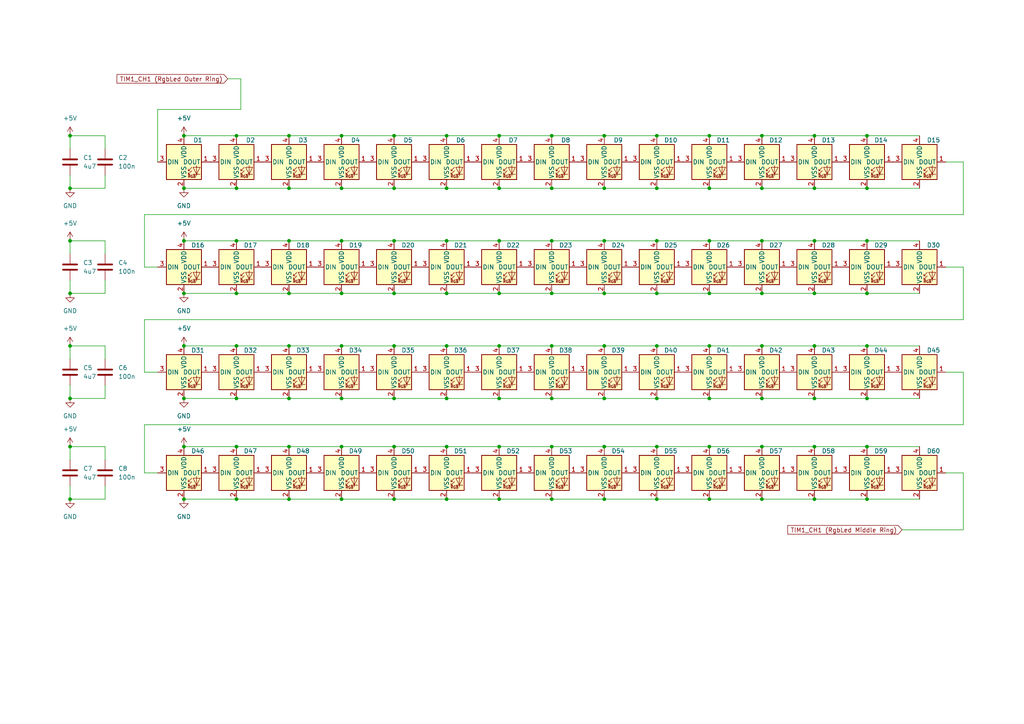
<source format=kicad_sch>
(kicad_sch (version 20231120) (generator "eeschema") (generator_version "8.0")
  (paper "A4")
  (title_block (date "2024-02-29") (rev "1"))
  (lib_symbols
    (symbol "Device:C" (pin_numbers hide) (pin_names (offset 0.254))
      (property "Reference" "C" (at 0.635 2.54 0))
      (property "Value" "C" (at 0.635 -2.54 0))
      (symbol "C_0_1"
        (polyline (pts (xy -2.032 -0.762) (xy 2.032 -0.762)) (stroke (width 0.508)))
        (polyline (pts (xy -2.032 0.762) (xy 2.032 0.762)) (stroke (width 0.508)))
      )
      (symbol "C_1_1"
        (pin passive line (at 0 3.81 270) (length 2.794) (name "~") (number "1"))
        (pin passive line (at 0 -3.81 90) (length 2.794) (name "~") (number "2"))
      )
    )
    (symbol "LED:WS2812B-2020" (pin_names (offset 0.254))
      (property "Reference" "D" (at 5.08 5.715 0))
      (property "Value" "WS2812B-2020" (at 1.27 -5.715 0))
      (symbol "WS2812B-2020_0_0"
        (text "RGB" (at 2.286 -4.191 0) (effects (font (size 0.762 0.762))))
      )
      (symbol "WS2812B-2020_0_1"
        (polyline (pts (xy 1.27 -3.556) (xy 1.778 -3.556)))
        (polyline (pts (xy 1.27 -2.54) (xy 1.778 -2.54)))
        (polyline (pts (xy 4.699 -3.556) (xy 2.667 -3.556)))
        (polyline (pts (xy 2.286 -2.54) (xy 1.27 -3.556) (xy 1.27 -3.048)))
        (polyline (pts (xy 2.286 -1.524) (xy 1.27 -2.54) (xy 1.27 -2.032)))
        (polyline (pts (xy 3.683 -1.016) (xy 3.683 -3.556) (xy 3.683 -4.064)))
        (polyline (pts (xy 4.699 -1.524) (xy 2.667 -1.524) (xy 3.683 -3.556) (xy 4.699 -1.524)))
        (rectangle (start 5.08 5.08) (end -5.08 -5.08) (stroke (width 0.254)) (fill (type background)))
      )
      (symbol "WS2812B-2020_1_1"
        (pin output line (at 7.62 0 180) (length 2.54) (name "DOUT") (number "1"))
        (pin power_in line (at 0 -7.62 90) (length 2.54) (name "VSS") (number "2"))
        (pin input line (at -7.62 0 0) (length 2.54) (name "DIN") (number "3"))
        (pin power_in line (at 0 7.62 270) (length 2.54) (name "VDD") (number "4"))
      )
    )
    (symbol "power:+5V" (power) (pin_numbers hide) (pin_names (offset 0) hide)
      (property "Value" "+5V" (at 0 3.556 0))
      (symbol "+5V_0_1"
        (polyline (pts (xy -0.762 1.27) (xy 0 2.54)))
        (polyline (pts (xy 0 0) (xy 0 2.54)))
        (polyline (pts (xy 0 2.54) (xy 0.762 1.27)))
      )
      (symbol "+5V_1_1"
        (pin power_in line (at 0 0 90) (length 0) (name "~") (number "1"))
      )
    )
    (symbol "power:GND" (power) (pin_numbers hide) (pin_names (offset 0) hide)
      (property "Value" "GND" (at 0 -3.81 0))
      (symbol "GND_0_1"
        (polyline (pts (xy 0 0) (xy 0 -1.27) (xy 1.27 -1.27) (xy 0 -2.54) (xy -1.27 -1.27) (xy 0 -1.27)))
      )
      (symbol "GND_1_1"
        (pin power_in line (at 0 0 270) (length 0) (name "~") (number "1"))
      )
    )
  )
  (junction (at 53.34 129.54))
  (junction (at 99.06 100.33))
  (junction (at 236.22 115.57))
  (junction (at 251.46 144.78))
  (junction (at 175.26 85.09))
  (junction (at 220.98 129.54))
  (junction (at 175.26 54.61))
  (junction (at 83.82 100.33))
  (junction (at 220.98 39.37))
  (junction (at 190.5 129.54))
  (junction (at 160.02 54.61))
  (junction (at 220.98 85.09))
  (junction (at 68.58 39.37))
  (junction (at 99.06 69.85))
  (junction (at 251.46 85.09))
  (junction (at 160.02 85.09))
  (junction (at 144.78 115.57))
  (junction (at 205.74 100.33))
  (junction (at 220.98 115.57))
  (junction (at 160.02 69.85))
  (junction (at 175.26 39.37))
  (junction (at 99.06 129.54))
  (junction (at 205.74 129.54))
  (junction (at 129.54 54.61))
  (junction (at 144.78 85.09))
  (junction (at 251.46 69.85))
  (junction (at 205.74 144.78))
  (junction (at 236.22 85.09))
  (junction (at 99.06 54.61))
  (junction (at 205.74 69.85))
  (junction (at 20.32 100.33))
  (junction (at 99.06 115.57))
  (junction (at 205.74 85.09))
  (junction (at 20.32 129.54))
  (junction (at 114.3 85.09))
  (junction (at 53.34 115.57))
  (junction (at 53.34 100.33))
  (junction (at 114.3 69.85))
  (junction (at 190.5 85.09))
  (junction (at 53.34 85.09))
  (junction (at 114.3 100.33))
  (junction (at 53.34 39.37))
  (junction (at 53.34 54.61))
  (junction (at 129.54 69.85))
  (junction (at 190.5 100.33))
  (junction (at 236.22 100.33))
  (junction (at 129.54 129.54))
  (junction (at 20.32 69.85))
  (junction (at 114.3 129.54))
  (junction (at 144.78 144.78))
  (junction (at 220.98 144.78))
  (junction (at 129.54 39.37))
  (junction (at 175.26 144.78))
  (junction (at 83.82 85.09))
  (junction (at 220.98 100.33))
  (junction (at 144.78 100.33))
  (junction (at 160.02 144.78))
  (junction (at 68.58 85.09))
  (junction (at 190.5 115.57))
  (junction (at 144.78 39.37))
  (junction (at 160.02 129.54))
  (junction (at 83.82 54.61))
  (junction (at 205.74 54.61))
  (junction (at 68.58 54.61))
  (junction (at 175.26 115.57))
  (junction (at 114.3 115.57))
  (junction (at 160.02 115.57))
  (junction (at 205.74 39.37))
  (junction (at 144.78 129.54))
  (junction (at 236.22 144.78))
  (junction (at 99.06 144.78))
  (junction (at 68.58 100.33))
  (junction (at 236.22 39.37))
  (junction (at 160.02 39.37))
  (junction (at 68.58 129.54))
  (junction (at 251.46 100.33))
  (junction (at 68.58 69.85))
  (junction (at 175.26 100.33))
  (junction (at 129.54 100.33))
  (junction (at 129.54 144.78))
  (junction (at 129.54 115.57))
  (junction (at 53.34 69.85))
  (junction (at 190.5 54.61))
  (junction (at 68.58 144.78))
  (junction (at 236.22 69.85))
  (junction (at 114.3 39.37))
  (junction (at 175.26 129.54))
  (junction (at 114.3 144.78))
  (junction (at 99.06 39.37))
  (junction (at 160.02 100.33))
  (junction (at 99.06 85.09))
  (junction (at 220.98 69.85))
  (junction (at 251.46 54.61))
  (junction (at 68.58 115.57))
  (junction (at 190.5 39.37))
  (junction (at 220.98 54.61))
  (junction (at 83.82 39.37))
  (junction (at 20.32 85.09))
  (junction (at 251.46 39.37))
  (junction (at 144.78 69.85))
  (junction (at 20.32 39.37))
  (junction (at 236.22 54.61))
  (junction (at 251.46 115.57))
  (junction (at 53.34 144.78))
  (junction (at 144.78 54.61))
  (junction (at 129.54 85.09))
  (junction (at 83.82 144.78))
  (junction (at 190.5 144.78))
  (junction (at 83.82 129.54))
  (junction (at 251.46 129.54))
  (junction (at 83.82 115.57))
  (junction (at 236.22 129.54))
  (junction (at 205.74 115.57))
  (junction (at 175.26 69.85))
  (junction (at 83.82 69.85))
  (junction (at 20.32 54.61))
  (junction (at 20.32 115.57))
  (junction (at 114.3 54.61))
  (junction (at 20.32 144.78))
  (junction (at 190.5 69.85))
  (wire (pts (xy 83.82 54.61) (xy 99.06 54.61)))
  (wire (pts (xy 68.58 39.37) (xy 83.82 39.37)))
  (wire (pts (xy 205.74 85.09) (xy 220.98 85.09)))
  (wire (pts (xy 53.34 85.09) (xy 68.58 85.09)))
  (wire (pts (xy 53.34 69.85) (xy 68.58 69.85)))
  (wire (pts (xy 114.3 129.54) (xy 129.54 129.54)))
  (wire (pts (xy 279.4 62.23) (xy 41.91 62.23)))
  (wire (pts (xy 205.74 39.37) (xy 220.98 39.37)))
  (wire (pts (xy 83.82 85.09) (xy 99.06 85.09)))
  (wire (pts (xy 175.26 100.33) (xy 190.5 100.33)))
  (wire (pts (xy 129.54 69.85) (xy 144.78 69.85)))
  (wire (pts (xy 160.02 100.33) (xy 175.26 100.33)))
  (wire (pts (xy 144.78 54.61) (xy 160.02 54.61)))
  (wire (pts (xy 68.58 129.54) (xy 83.82 129.54)))
  (wire (pts (xy 190.5 85.09) (xy 205.74 85.09)))
  (wire (pts (xy 236.22 115.57) (xy 251.46 115.57)))
  (wire (pts (xy 144.78 100.33) (xy 160.02 100.33)))
  (wire (pts (xy 144.78 144.78) (xy 160.02 144.78)))
  (wire (pts (xy 30.48 73.66) (xy 30.48 69.85)))
  (wire (pts (xy 129.54 129.54) (xy 144.78 129.54)))
  (wire (pts (xy 20.32 73.66) (xy 20.32 69.85)))
  (wire (pts (xy 279.4 137.16) (xy 279.4 153.67)))
  (wire (pts (xy 30.48 140.97) (xy 30.48 144.78)))
  (wire (pts (xy 205.74 54.61) (xy 220.98 54.61)))
  (wire (pts (xy 83.82 39.37) (xy 99.06 39.37)))
  (wire (pts (xy 236.22 129.54) (xy 251.46 129.54)))
  (wire (pts (xy 274.32 77.47) (xy 279.4 77.47)))
  (wire (pts (xy 41.91 77.47) (xy 45.72 77.47)))
  (wire (pts (xy 41.91 62.23) (xy 41.91 77.47)))
  (wire (pts (xy 220.98 144.78) (xy 236.22 144.78)))
  (wire (pts (xy 53.34 39.37) (xy 68.58 39.37)))
  (wire (pts (xy 53.34 115.57) (xy 68.58 115.57)))
  (wire (pts (xy 20.32 81.28) (xy 20.32 85.09)))
  (wire (pts (xy 83.82 129.54) (xy 99.06 129.54)))
  (wire (pts (xy 41.91 107.95) (xy 45.72 107.95)))
  (wire (pts (xy 160.02 54.61) (xy 175.26 54.61)))
  (wire (pts (xy 68.58 54.61) (xy 83.82 54.61)))
  (wire (pts (xy 274.32 137.16) (xy 279.4 137.16)))
  (wire (pts (xy 20.32 129.54) (xy 30.48 129.54)))
  (wire (pts (xy 160.02 85.09) (xy 175.26 85.09)))
  (wire (pts (xy 279.4 107.95) (xy 279.4 123.19)))
  (wire (pts (xy 114.3 144.78) (xy 129.54 144.78)))
  (wire (pts (xy 69.85 31.75) (xy 69.85 22.86)))
  (wire (pts (xy 53.34 129.54) (xy 68.58 129.54)))
  (wire (pts (xy 30.48 133.35) (xy 30.48 129.54)))
  (wire (pts (xy 160.02 129.54) (xy 175.26 129.54)))
  (wire (pts (xy 53.34 144.78) (xy 68.58 144.78)))
  (wire (pts (xy 114.3 100.33) (xy 129.54 100.33)))
  (wire (pts (xy 190.5 129.54) (xy 205.74 129.54)))
  (wire (pts (xy 190.5 144.78) (xy 205.74 144.78)))
  (wire (pts (xy 220.98 39.37) (xy 236.22 39.37)))
  (wire (pts (xy 30.48 50.8) (xy 30.48 54.61)))
  (wire (pts (xy 83.82 115.57) (xy 99.06 115.57)))
  (wire (pts (xy 251.46 129.54) (xy 266.7 129.54)))
  (wire (pts (xy 30.48 104.14) (xy 30.48 100.33)))
  (wire (pts (xy 190.5 69.85) (xy 205.74 69.85)))
  (wire (pts (xy 236.22 54.61) (xy 251.46 54.61)))
  (wire (pts (xy 205.74 69.85) (xy 220.98 69.85)))
  (wire (pts (xy 144.78 69.85) (xy 160.02 69.85)))
  (wire (pts (xy 45.72 31.75) (xy 45.72 46.99)))
  (wire (pts (xy 220.98 85.09) (xy 236.22 85.09)))
  (wire (pts (xy 114.3 115.57) (xy 129.54 115.57)))
  (wire (pts (xy 114.3 39.37) (xy 129.54 39.37)))
  (wire (pts (xy 205.74 100.33) (xy 220.98 100.33)))
  (wire (pts (xy 69.85 31.75) (xy 45.72 31.75)))
  (wire (pts (xy 160.02 39.37) (xy 175.26 39.37)))
  (wire (pts (xy 205.74 115.57) (xy 220.98 115.57)))
  (wire (pts (xy 41.91 123.19) (xy 41.91 137.16)))
  (wire (pts (xy 261.62 153.67) (xy 279.4 153.67)))
  (wire (pts (xy 99.06 115.57) (xy 114.3 115.57)))
  (wire (pts (xy 41.91 137.16) (xy 45.72 137.16)))
  (wire (pts (xy 68.58 115.57) (xy 83.82 115.57)))
  (wire (pts (xy 20.32 100.33) (xy 30.48 100.33)))
  (wire (pts (xy 175.26 69.85) (xy 190.5 69.85)))
  (wire (pts (xy 160.02 69.85) (xy 175.26 69.85)))
  (wire (pts (xy 175.26 39.37) (xy 190.5 39.37)))
  (wire (pts (xy 66.04 22.86) (xy 69.85 22.86)))
  (wire (pts (xy 175.26 54.61) (xy 190.5 54.61)))
  (wire (pts (xy 220.98 69.85) (xy 236.22 69.85)))
  (wire (pts (xy 175.26 129.54) (xy 190.5 129.54)))
  (wire (pts (xy 68.58 69.85) (xy 83.82 69.85)))
  (wire (pts (xy 129.54 39.37) (xy 144.78 39.37)))
  (wire (pts (xy 175.26 144.78) (xy 190.5 144.78)))
  (wire (pts (xy 279.4 92.71) (xy 41.91 92.71)))
  (wire (pts (xy 220.98 129.54) (xy 236.22 129.54)))
  (wire (pts (xy 99.06 85.09) (xy 114.3 85.09)))
  (wire (pts (xy 251.46 39.37) (xy 266.7 39.37)))
  (wire (pts (xy 99.06 100.33) (xy 114.3 100.33)))
  (wire (pts (xy 220.98 100.33) (xy 236.22 100.33)))
  (wire (pts (xy 99.06 69.85) (xy 114.3 69.85)))
  (wire (pts (xy 20.32 39.37) (xy 30.48 39.37)))
  (wire (pts (xy 129.54 100.33) (xy 144.78 100.33)))
  (wire (pts (xy 279.4 123.19) (xy 41.91 123.19)))
  (wire (pts (xy 83.82 69.85) (xy 99.06 69.85)))
  (wire (pts (xy 114.3 69.85) (xy 129.54 69.85)))
  (wire (pts (xy 160.02 144.78) (xy 175.26 144.78)))
  (wire (pts (xy 205.74 144.78) (xy 220.98 144.78)))
  (wire (pts (xy 99.06 54.61) (xy 114.3 54.61)))
  (wire (pts (xy 129.54 144.78) (xy 144.78 144.78)))
  (wire (pts (xy 220.98 115.57) (xy 236.22 115.57)))
  (wire (pts (xy 30.48 111.76) (xy 30.48 115.57)))
  (wire (pts (xy 205.74 129.54) (xy 220.98 129.54)))
  (wire (pts (xy 251.46 144.78) (xy 266.7 144.78)))
  (wire (pts (xy 251.46 69.85) (xy 266.7 69.85)))
  (wire (pts (xy 20.32 140.97) (xy 20.32 144.78)))
  (wire (pts (xy 144.78 115.57) (xy 160.02 115.57)))
  (wire (pts (xy 129.54 115.57) (xy 144.78 115.57)))
  (wire (pts (xy 144.78 85.09) (xy 160.02 85.09)))
  (wire (pts (xy 236.22 85.09) (xy 251.46 85.09)))
  (wire (pts (xy 30.48 43.18) (xy 30.48 39.37)))
  (wire (pts (xy 129.54 85.09) (xy 144.78 85.09)))
  (wire (pts (xy 274.32 46.99) (xy 279.4 46.99)))
  (wire (pts (xy 53.34 100.33) (xy 68.58 100.33)))
  (wire (pts (xy 114.3 54.61) (xy 129.54 54.61)))
  (wire (pts (xy 99.06 129.54) (xy 114.3 129.54)))
  (wire (pts (xy 129.54 54.61) (xy 144.78 54.61)))
  (wire (pts (xy 83.82 144.78) (xy 99.06 144.78)))
  (wire (pts (xy 160.02 115.57) (xy 175.26 115.57)))
  (wire (pts (xy 68.58 144.78) (xy 83.82 144.78)))
  (wire (pts (xy 190.5 39.37) (xy 205.74 39.37)))
  (wire (pts (xy 251.46 54.61) (xy 266.7 54.61)))
  (wire (pts (xy 175.26 85.09) (xy 190.5 85.09)))
  (wire (pts (xy 236.22 39.37) (xy 251.46 39.37)))
  (wire (pts (xy 20.32 85.09) (xy 30.48 85.09)))
  (wire (pts (xy 20.32 104.14) (xy 20.32 100.33)))
  (wire (pts (xy 220.98 54.61) (xy 236.22 54.61)))
  (wire (pts (xy 20.32 54.61) (xy 30.48 54.61)))
  (wire (pts (xy 251.46 100.33) (xy 266.7 100.33)))
  (wire (pts (xy 20.32 115.57) (xy 30.48 115.57)))
  (wire (pts (xy 20.32 111.76) (xy 20.32 115.57)))
  (wire (pts (xy 99.06 144.78) (xy 114.3 144.78)))
  (wire (pts (xy 99.06 39.37) (xy 114.3 39.37)))
  (wire (pts (xy 279.4 46.99) (xy 279.4 62.23)))
  (wire (pts (xy 68.58 100.33) (xy 83.82 100.33)))
  (wire (pts (xy 30.48 81.28) (xy 30.48 85.09)))
  (wire (pts (xy 236.22 69.85) (xy 251.46 69.85)))
  (wire (pts (xy 236.22 144.78) (xy 251.46 144.78)))
  (wire (pts (xy 20.32 133.35) (xy 20.32 129.54)))
  (wire (pts (xy 20.32 43.18) (xy 20.32 39.37)))
  (wire (pts (xy 251.46 115.57) (xy 266.7 115.57)))
  (wire (pts (xy 20.32 50.8) (xy 20.32 54.61)))
  (wire (pts (xy 279.4 77.47) (xy 279.4 92.71)))
  (wire (pts (xy 41.91 92.71) (xy 41.91 107.95)))
  (wire (pts (xy 190.5 100.33) (xy 205.74 100.33)))
  (wire (pts (xy 83.82 100.33) (xy 99.06 100.33)))
  (wire (pts (xy 190.5 54.61) (xy 205.74 54.61)))
  (wire (pts (xy 190.5 115.57) (xy 205.74 115.57)))
  (wire (pts (xy 53.34 54.61) (xy 68.58 54.61)))
  (wire (pts (xy 20.32 69.85) (xy 30.48 69.85)))
  (wire (pts (xy 175.26 115.57) (xy 190.5 115.57)))
  (wire (pts (xy 274.32 107.95) (xy 279.4 107.95)))
  (wire (pts (xy 144.78 39.37) (xy 160.02 39.37)))
  (wire (pts (xy 20.32 144.78) (xy 30.48 144.78)))
  (wire (pts (xy 114.3 85.09) (xy 129.54 85.09)))
  (wire (pts (xy 68.58 85.09) (xy 83.82 85.09)))
  (wire (pts (xy 144.78 129.54) (xy 160.02 129.54)))
  (wire (pts (xy 251.46 85.09) (xy 266.7 85.09)))
  (wire (pts (xy 236.22 100.33) (xy 251.46 100.33)))
  (global_label "TIM1_CH1 (RgbLed Middle Ring)" (shape input) (at 261.62 153.67 180) (property "Intersheetrefs" "${INTERSHEET_REFS}" (effects (hide yes))))
  (global_label "TIM1_CH1 (RgbLed Outer Ring)" (shape input) (at 66.04 22.86 180) (property "Intersheetrefs" "${INTERSHEET_REFS}" (effects (hide yes))))
  (symbol (lib_id "LED:WS2812B-2020") (at 114.3 77.47 0) (unit 1)
    (property "Reference" "D20" (at 118.364 71.12 0))
    (property "Value" "WS2812B-2020" (effects (hide yes)))
    (property "Footprint" "LED_SMD:LED_WS2812B-2020_PLCC4_2.0x2.0mm" (effects (hide yes)))
    (property "Datasheet" "https://cdn-shop.adafruit.com/product-files/4684/4684_WS2812B-2020_V1.3_EN.pdf" (effects (hide yes)))
    (property "Description" "RGB LED with integrated controller, 2.0 x 2.0 mm, 12 mA" (effects (hide yes)))
  )
  (symbol (lib_id "power:GND") (at 53.34 144.78 0) (unit 1)
    (property "Reference" "#PWR016" (effects (hide yes)))
    (property "Value" "GND" (at 53.34 149.86 0))
    (property "Description" "Power symbol creates a global label with name \"GND\" , ground" (effects (hide yes)))
  )
  (symbol (lib_id "LED:WS2812B-2020") (at 266.7 137.16 0) (unit 1)
    (property "Reference" "D60" (at 270.764 130.81 0))
    (property "Value" "WS2812B-2020" (effects (hide yes)))
    (property "Footprint" "LED_SMD:LED_WS2812B-2020_PLCC4_2.0x2.0mm" (effects (hide yes)))
    (property "Datasheet" "https://cdn-shop.adafruit.com/product-files/4684/4684_WS2812B-2020_V1.3_EN.pdf" (effects (hide yes)))
    (property "Description" "RGB LED with integrated controller, 2.0 x 2.0 mm, 12 mA" (effects (hide yes)))
  )
  (symbol (lib_id "LED:WS2812B-2020") (at 220.98 46.99 0) (unit 1)
    (property "Reference" "D12" (at 225.044 40.64 0))
    (property "Value" "WS2812B-2020" (effects (hide yes)))
    (property "Footprint" "LED_SMD:LED_WS2812B-2020_PLCC4_2.0x2.0mm" (effects (hide yes)))
    (property "Datasheet" "https://cdn-shop.adafruit.com/product-files/4684/4684_WS2812B-2020_V1.3_EN.pdf" (effects (hide yes)))
    (property "Description" "RGB LED with integrated controller, 2.0 x 2.0 mm, 12 mA" (effects (hide yes)))
  )
  (symbol (lib_id "LED:WS2812B-2020") (at 220.98 137.16 0) (unit 1)
    (property "Reference" "D57" (at 225.044 130.81 0))
    (property "Value" "WS2812B-2020" (effects (hide yes)))
    (property "Footprint" "LED_SMD:LED_WS2812B-2020_PLCC4_2.0x2.0mm" (effects (hide yes)))
    (property "Datasheet" "https://cdn-shop.adafruit.com/product-files/4684/4684_WS2812B-2020_V1.3_EN.pdf" (effects (hide yes)))
    (property "Description" "RGB LED with integrated controller, 2.0 x 2.0 mm, 12 mA" (effects (hide yes)))
  )
  (symbol (lib_id "power:+5V") (at 20.32 100.33 0) (unit 1)
    (property "Reference" "#PWR09" (effects (hide yes)))
    (property "Value" "+5V" (at 20.32 95.25 0))
    (property "Description" "Power symbol creates a global label with name \"+5V\"" (effects (hide yes)))
  )
  (symbol (lib_id "LED:WS2812B-2020") (at 266.7 107.95 0) (unit 1)
    (property "Reference" "D45" (at 270.764 101.6 0))
    (property "Value" "WS2812B-2020" (effects (hide yes)))
    (property "Footprint" "LED_SMD:LED_WS2812B-2020_PLCC4_2.0x2.0mm" (effects (hide yes)))
    (property "Datasheet" "https://cdn-shop.adafruit.com/product-files/4684/4684_WS2812B-2020_V1.3_EN.pdf" (effects (hide yes)))
    (property "Description" "RGB LED with integrated controller, 2.0 x 2.0 mm, 12 mA" (effects (hide yes)))
  )
  (symbol (lib_id "LED:WS2812B-2020") (at 53.34 46.99 0) (unit 1)
    (property "Reference" "D1" (at 57.404 40.64 0))
    (property "Value" "WS2812B-2020" (effects (hide yes)))
    (property "Footprint" "LED_SMD:LED_WS2812B-2020_PLCC4_2.0x2.0mm" (effects (hide yes)))
    (property "Datasheet" "https://cdn-shop.adafruit.com/product-files/4684/4684_WS2812B-2020_V1.3_EN.pdf" (effects (hide yes)))
    (property "Description" "RGB LED with integrated controller, 2.0 x 2.0 mm, 12 mA" (effects (hide yes)))
  )
  (symbol (lib_id "LED:WS2812B-2020") (at 68.58 107.95 0) (unit 1)
    (property "Reference" "D32" (at 72.644 101.6 0))
    (property "Value" "WS2812B-2020" (effects (hide yes)))
    (property "Footprint" "LED_SMD:LED_WS2812B-2020_PLCC4_2.0x2.0mm" (effects (hide yes)))
    (property "Datasheet" "https://cdn-shop.adafruit.com/product-files/4684/4684_WS2812B-2020_V1.3_EN.pdf" (effects (hide yes)))
    (property "Description" "RGB LED with integrated controller, 2.0 x 2.0 mm, 12 mA" (effects (hide yes)))
  )
  (symbol (lib_id "power:GND") (at 20.32 144.78 0) (unit 1)
    (property "Reference" "#PWR014" (effects (hide yes)))
    (property "Value" "GND" (at 20.32 149.86 0))
    (property "Description" "Power symbol creates a global label with name \"GND\" , ground" (effects (hide yes)))
  )
  (symbol (lib_id "LED:WS2812B-2020") (at 68.58 77.47 0) (unit 1)
    (property "Reference" "D17" (at 72.644 71.12 0))
    (property "Value" "WS2812B-2020" (effects (hide yes)))
    (property "Footprint" "LED_SMD:LED_WS2812B-2020_PLCC4_2.0x2.0mm" (effects (hide yes)))
    (property "Datasheet" "https://cdn-shop.adafruit.com/product-files/4684/4684_WS2812B-2020_V1.3_EN.pdf" (effects (hide yes)))
    (property "Description" "RGB LED with integrated controller, 2.0 x 2.0 mm, 12 mA" (effects (hide yes)))
  )
  (symbol (lib_id "LED:WS2812B-2020") (at 266.7 77.47 0) (unit 1)
    (property "Reference" "D30" (at 270.764 71.12 0))
    (property "Value" "WS2812B-2020" (effects (hide yes)))
    (property "Footprint" "LED_SMD:LED_WS2812B-2020_PLCC4_2.0x2.0mm" (effects (hide yes)))
    (property "Datasheet" "https://cdn-shop.adafruit.com/product-files/4684/4684_WS2812B-2020_V1.3_EN.pdf" (effects (hide yes)))
    (property "Description" "RGB LED with integrated controller, 2.0 x 2.0 mm, 12 mA" (effects (hide yes)))
  )
  (symbol (lib_id "LED:WS2812B-2020") (at 160.02 107.95 0) (unit 1)
    (property "Reference" "D38" (at 164.084 101.6 0))
    (property "Value" "WS2812B-2020" (effects (hide yes)))
    (property "Footprint" "LED_SMD:LED_WS2812B-2020_PLCC4_2.0x2.0mm" (effects (hide yes)))
    (property "Datasheet" "https://cdn-shop.adafruit.com/product-files/4684/4684_WS2812B-2020_V1.3_EN.pdf" (effects (hide yes)))
    (property "Description" "RGB LED with integrated controller, 2.0 x 2.0 mm, 12 mA" (effects (hide yes)))
  )
  (symbol (lib_id "LED:WS2812B-2020") (at 53.34 77.47 0) (unit 1)
    (property "Reference" "D16" (at 57.404 71.12 0))
    (property "Value" "WS2812B-2020" (effects (hide yes)))
    (property "Footprint" "LED_SMD:LED_WS2812B-2020_PLCC4_2.0x2.0mm" (effects (hide yes)))
    (property "Datasheet" "https://cdn-shop.adafruit.com/product-files/4684/4684_WS2812B-2020_V1.3_EN.pdf" (effects (hide yes)))
    (property "Description" "RGB LED with integrated controller, 2.0 x 2.0 mm, 12 mA" (effects (hide yes)))
  )
  (symbol (lib_id "LED:WS2812B-2020") (at 175.26 46.99 0) (unit 1)
    (property "Reference" "D9" (at 179.324 40.64 0))
    (property "Value" "WS2812B-2020" (effects (hide yes)))
    (property "Footprint" "LED_SMD:LED_WS2812B-2020_PLCC4_2.0x2.0mm" (effects (hide yes)))
    (property "Datasheet" "https://cdn-shop.adafruit.com/product-files/4684/4684_WS2812B-2020_V1.3_EN.pdf" (effects (hide yes)))
    (property "Description" "RGB LED with integrated controller, 2.0 x 2.0 mm, 12 mA" (effects (hide yes)))
  )
  (symbol (lib_id "power:GND") (at 53.34 115.57 0) (unit 1)
    (property "Reference" "#PWR012" (effects (hide yes)))
    (property "Value" "GND" (at 53.34 120.65 0))
    (property "Description" "Power symbol creates a global label with name \"GND\" , ground" (effects (hide yes)))
  )
  (symbol (lib_id "power:GND") (at 53.34 85.09 0) (unit 1)
    (property "Reference" "#PWR08" (effects (hide yes)))
    (property "Value" "GND" (at 53.34 90.17 0))
    (property "Description" "Power symbol creates a global label with name \"GND\" , ground" (effects (hide yes)))
  )
  (symbol (lib_id "Device:C") (at 20.32 77.47 0) (unit 1)
    (property "Reference" "C3" (at 24.13 76.1999 0) (effects (justify left)))
    (property "Value" "4u7" (at 24.13 78.7399 0) (effects (justify left)))
    (property "Description" "Unpolarized capacitor" (effects (hide yes)))
  )
  (symbol (lib_id "LED:WS2812B-2020") (at 175.26 77.47 0) (unit 1)
    (property "Reference" "D24" (at 179.324 71.12 0))
    (property "Value" "WS2812B-2020" (effects (hide yes)))
    (property "Footprint" "LED_SMD:LED_WS2812B-2020_PLCC4_2.0x2.0mm" (effects (hide yes)))
    (property "Datasheet" "https://cdn-shop.adafruit.com/product-files/4684/4684_WS2812B-2020_V1.3_EN.pdf" (effects (hide yes)))
    (property "Description" "RGB LED with integrated controller, 2.0 x 2.0 mm, 12 mA" (effects (hide yes)))
  )
  (symbol (lib_id "LED:WS2812B-2020") (at 114.3 107.95 0) (unit 1)
    (property "Reference" "D35" (at 118.364 101.6 0))
    (property "Value" "WS2812B-2020" (effects (hide yes)))
    (property "Footprint" "LED_SMD:LED_WS2812B-2020_PLCC4_2.0x2.0mm" (effects (hide yes)))
    (property "Datasheet" "https://cdn-shop.adafruit.com/product-files/4684/4684_WS2812B-2020_V1.3_EN.pdf" (effects (hide yes)))
    (property "Description" "RGB LED with integrated controller, 2.0 x 2.0 mm, 12 mA" (effects (hide yes)))
  )
  (symbol (lib_id "LED:WS2812B-2020") (at 236.22 46.99 0) (unit 1)
    (property "Reference" "D13" (at 240.284 40.64 0))
    (property "Value" "WS2812B-2020" (effects (hide yes)))
    (property "Footprint" "LED_SMD:LED_WS2812B-2020_PLCC4_2.0x2.0mm" (effects (hide yes)))
    (property "Datasheet" "https://cdn-shop.adafruit.com/product-files/4684/4684_WS2812B-2020_V1.3_EN.pdf" (effects (hide yes)))
    (property "Description" "RGB LED with integrated controller, 2.0 x 2.0 mm, 12 mA" (effects (hide yes)))
  )
  (symbol (lib_id "Device:C") (at 30.48 77.47 0) (unit 1)
    (property "Reference" "C4" (at 34.29 76.1999 0) (effects (justify left)))
    (property "Value" "100n" (at 34.29 78.7399 0) (effects (justify left)))
    (property "Description" "Unpolarized capacitor" (effects (hide yes)))
  )
  (symbol (lib_id "LED:WS2812B-2020") (at 175.26 137.16 0) (unit 1)
    (property "Reference" "D54" (at 179.324 130.81 0))
    (property "Value" "WS2812B-2020" (effects (hide yes)))
    (property "Footprint" "LED_SMD:LED_WS2812B-2020_PLCC4_2.0x2.0mm" (effects (hide yes)))
    (property "Datasheet" "https://cdn-shop.adafruit.com/product-files/4684/4684_WS2812B-2020_V1.3_EN.pdf" (effects (hide yes)))
    (property "Description" "RGB LED with integrated controller, 2.0 x 2.0 mm, 12 mA" (effects (hide yes)))
  )
  (symbol (lib_id "LED:WS2812B-2020") (at 160.02 46.99 0) (unit 1)
    (property "Reference" "D8" (at 164.084 40.64 0))
    (property "Value" "WS2812B-2020" (effects (hide yes)))
    (property "Footprint" "LED_SMD:LED_WS2812B-2020_PLCC4_2.0x2.0mm" (effects (hide yes)))
    (property "Datasheet" "https://cdn-shop.adafruit.com/product-files/4684/4684_WS2812B-2020_V1.3_EN.pdf" (effects (hide yes)))
    (property "Description" "RGB LED with integrated controller, 2.0 x 2.0 mm, 12 mA" (effects (hide yes)))
  )
  (symbol (lib_id "LED:WS2812B-2020") (at 251.46 46.99 0) (unit 1)
    (property "Reference" "D14" (at 255.524 40.64 0))
    (property "Value" "WS2812B-2020" (effects (hide yes)))
    (property "Footprint" "LED_SMD:LED_WS2812B-2020_PLCC4_2.0x2.0mm" (effects (hide yes)))
    (property "Datasheet" "https://cdn-shop.adafruit.com/product-files/4684/4684_WS2812B-2020_V1.3_EN.pdf" (effects (hide yes)))
    (property "Description" "RGB LED with integrated controller, 2.0 x 2.0 mm, 12 mA" (effects (hide yes)))
  )
  (symbol (lib_id "LED:WS2812B-2020") (at 68.58 137.16 0) (unit 1)
    (property "Reference" "D47" (at 72.644 130.81 0))
    (property "Value" "WS2812B-2020" (effects (hide yes)))
    (property "Footprint" "LED_SMD:LED_WS2812B-2020_PLCC4_2.0x2.0mm" (effects (hide yes)))
    (property "Datasheet" "https://cdn-shop.adafruit.com/product-files/4684/4684_WS2812B-2020_V1.3_EN.pdf" (effects (hide yes)))
    (property "Description" "RGB LED with integrated controller, 2.0 x 2.0 mm, 12 mA" (effects (hide yes)))
  )
  (symbol (lib_id "LED:WS2812B-2020") (at 83.82 107.95 0) (unit 1)
    (property "Reference" "D33" (at 87.884 101.6 0))
    (property "Value" "WS2812B-2020" (effects (hide yes)))
    (property "Footprint" "LED_SMD:LED_WS2812B-2020_PLCC4_2.0x2.0mm" (effects (hide yes)))
    (property "Datasheet" "https://cdn-shop.adafruit.com/product-files/4684/4684_WS2812B-2020_V1.3_EN.pdf" (effects (hide yes)))
    (property "Description" "RGB LED with integrated controller, 2.0 x 2.0 mm, 12 mA" (effects (hide yes)))
  )
  (symbol (lib_id "LED:WS2812B-2020") (at 114.3 137.16 0) (unit 1)
    (property "Reference" "D50" (at 118.364 130.81 0))
    (property "Value" "WS2812B-2020" (effects (hide yes)))
    (property "Footprint" "LED_SMD:LED_WS2812B-2020_PLCC4_2.0x2.0mm" (effects (hide yes)))
    (property "Datasheet" "https://cdn-shop.adafruit.com/product-files/4684/4684_WS2812B-2020_V1.3_EN.pdf" (effects (hide yes)))
    (property "Description" "RGB LED with integrated controller, 2.0 x 2.0 mm, 12 mA" (effects (hide yes)))
  )
  (symbol (lib_id "Device:C") (at 20.32 46.99 0) (unit 1)
    (property "Reference" "C1" (at 24.13 45.7199 0) (effects (justify left)))
    (property "Value" "4u7" (at 24.13 48.2599 0) (effects (justify left)))
    (property "Description" "Unpolarized capacitor" (effects (hide yes)))
  )
  (symbol (lib_id "LED:WS2812B-2020") (at 83.82 46.99 0) (unit 1)
    (property "Reference" "D3" (at 87.884 40.64 0))
    (property "Value" "WS2812B-2020" (effects (hide yes)))
    (property "Footprint" "LED_SMD:LED_WS2812B-2020_PLCC4_2.0x2.0mm" (effects (hide yes)))
    (property "Datasheet" "https://cdn-shop.adafruit.com/product-files/4684/4684_WS2812B-2020_V1.3_EN.pdf" (effects (hide yes)))
    (property "Description" "RGB LED with integrated controller, 2.0 x 2.0 mm, 12 mA" (effects (hide yes)))
  )
  (symbol (lib_id "LED:WS2812B-2020") (at 99.06 107.95 0) (unit 1)
    (property "Reference" "D34" (at 103.124 101.6 0))
    (property "Value" "WS2812B-2020" (effects (hide yes)))
    (property "Footprint" "LED_SMD:LED_WS2812B-2020_PLCC4_2.0x2.0mm" (effects (hide yes)))
    (property "Datasheet" "https://cdn-shop.adafruit.com/product-files/4684/4684_WS2812B-2020_V1.3_EN.pdf" (effects (hide yes)))
    (property "Description" "RGB LED with integrated controller, 2.0 x 2.0 mm, 12 mA" (effects (hide yes)))
  )
  (symbol (lib_id "LED:WS2812B-2020") (at 99.06 46.99 0) (unit 1)
    (property "Reference" "D4" (at 103.124 40.64 0))
    (property "Value" "WS2812B-2020" (effects (hide yes)))
    (property "Footprint" "LED_SMD:LED_WS2812B-2020_PLCC4_2.0x2.0mm" (effects (hide yes)))
    (property "Datasheet" "https://cdn-shop.adafruit.com/product-files/4684/4684_WS2812B-2020_V1.3_EN.pdf" (effects (hide yes)))
    (property "Description" "RGB LED with integrated controller, 2.0 x 2.0 mm, 12 mA" (effects (hide yes)))
  )
  (symbol (lib_id "LED:WS2812B-2020") (at 251.46 137.16 0) (unit 1)
    (property "Reference" "D59" (at 255.524 130.81 0))
    (property "Value" "WS2812B-2020" (effects (hide yes)))
    (property "Footprint" "LED_SMD:LED_WS2812B-2020_PLCC4_2.0x2.0mm" (effects (hide yes)))
    (property "Datasheet" "https://cdn-shop.adafruit.com/product-files/4684/4684_WS2812B-2020_V1.3_EN.pdf" (effects (hide yes)))
    (property "Description" "RGB LED with integrated controller, 2.0 x 2.0 mm, 12 mA" (effects (hide yes)))
  )
  (symbol (lib_id "LED:WS2812B-2020") (at 83.82 77.47 0) (unit 1)
    (property "Reference" "D18" (at 87.884 71.12 0))
    (property "Value" "WS2812B-2020" (effects (hide yes)))
    (property "Footprint" "LED_SMD:LED_WS2812B-2020_PLCC4_2.0x2.0mm" (effects (hide yes)))
    (property "Datasheet" "https://cdn-shop.adafruit.com/product-files/4684/4684_WS2812B-2020_V1.3_EN.pdf" (effects (hide yes)))
    (property "Description" "RGB LED with integrated controller, 2.0 x 2.0 mm, 12 mA" (effects (hide yes)))
  )
  (symbol (lib_id "LED:WS2812B-2020") (at 160.02 77.47 0) (unit 1)
    (property "Reference" "D23" (at 164.084 71.12 0))
    (property "Value" "WS2812B-2020" (effects (hide yes)))
    (property "Footprint" "LED_SMD:LED_WS2812B-2020_PLCC4_2.0x2.0mm" (effects (hide yes)))
    (property "Datasheet" "https://cdn-shop.adafruit.com/product-files/4684/4684_WS2812B-2020_V1.3_EN.pdf" (effects (hide yes)))
    (property "Description" "RGB LED with integrated controller, 2.0 x 2.0 mm, 12 mA" (effects (hide yes)))
  )
  (symbol (lib_id "power:GND") (at 20.32 85.09 0) (unit 1)
    (property "Reference" "#PWR04" (effects (hide yes)))
    (property "Value" "GND" (at 20.32 90.17 0))
    (property "Description" "Power symbol creates a global label with name \"GND\" , ground" (effects (hide yes)))
  )
  (symbol (lib_id "LED:WS2812B-2020") (at 144.78 137.16 0) (unit 1)
    (property "Reference" "D52" (at 148.844 130.81 0))
    (property "Value" "WS2812B-2020" (effects (hide yes)))
    (property "Footprint" "LED_SMD:LED_WS2812B-2020_PLCC4_2.0x2.0mm" (effects (hide yes)))
    (property "Datasheet" "https://cdn-shop.adafruit.com/product-files/4684/4684_WS2812B-2020_V1.3_EN.pdf" (effects (hide yes)))
    (property "Description" "RGB LED with integrated controller, 2.0 x 2.0 mm, 12 mA" (effects (hide yes)))
  )
  (symbol (lib_id "LED:WS2812B-2020") (at 236.22 107.95 0) (unit 1)
    (property "Reference" "D43" (at 240.284 101.6 0))
    (property "Value" "WS2812B-2020" (effects (hide yes)))
    (property "Footprint" "LED_SMD:LED_WS2812B-2020_PLCC4_2.0x2.0mm" (effects (hide yes)))
    (property "Datasheet" "https://cdn-shop.adafruit.com/product-files/4684/4684_WS2812B-2020_V1.3_EN.pdf" (effects (hide yes)))
    (property "Description" "RGB LED with integrated controller, 2.0 x 2.0 mm, 12 mA" (effects (hide yes)))
  )
  (symbol (lib_id "LED:WS2812B-2020") (at 129.54 46.99 0) (unit 1)
    (property "Reference" "D6" (at 133.604 40.64 0))
    (property "Value" "WS2812B-2020" (effects (hide yes)))
    (property "Footprint" "LED_SMD:LED_WS2812B-2020_PLCC4_2.0x2.0mm" (effects (hide yes)))
    (property "Datasheet" "https://cdn-shop.adafruit.com/product-files/4684/4684_WS2812B-2020_V1.3_EN.pdf" (effects (hide yes)))
    (property "Description" "RGB LED with integrated controller, 2.0 x 2.0 mm, 12 mA" (effects (hide yes)))
  )
  (symbol (lib_id "power:+5V") (at 53.34 129.54 0) (unit 1)
    (property "Reference" "#PWR015" (effects (hide yes)))
    (property "Value" "+5V" (at 53.34 124.46 0))
    (property "Description" "Power symbol creates a global label with name \"+5V\"" (effects (hide yes)))
  )
  (symbol (lib_id "LED:WS2812B-2020") (at 205.74 77.47 0) (unit 1)
    (property "Reference" "D26" (at 209.804 71.12 0))
    (property "Value" "WS2812B-2020" (effects (hide yes)))
    (property "Footprint" "LED_SMD:LED_WS2812B-2020_PLCC4_2.0x2.0mm" (effects (hide yes)))
    (property "Datasheet" "https://cdn-shop.adafruit.com/product-files/4684/4684_WS2812B-2020_V1.3_EN.pdf" (effects (hide yes)))
    (property "Description" "RGB LED with integrated controller, 2.0 x 2.0 mm, 12 mA" (effects (hide yes)))
  )
  (symbol (lib_id "LED:WS2812B-2020") (at 236.22 137.16 0) (unit 1)
    (property "Reference" "D58" (at 240.284 130.81 0))
    (property "Value" "WS2812B-2020" (effects (hide yes)))
    (property "Footprint" "LED_SMD:LED_WS2812B-2020_PLCC4_2.0x2.0mm" (effects (hide yes)))
    (property "Datasheet" "https://cdn-shop.adafruit.com/product-files/4684/4684_WS2812B-2020_V1.3_EN.pdf" (effects (hide yes)))
    (property "Description" "RGB LED with integrated controller, 2.0 x 2.0 mm, 12 mA" (effects (hide yes)))
  )
  (symbol (lib_id "power:+5V") (at 20.32 69.85 0) (unit 1)
    (property "Reference" "#PWR03" (effects (hide yes)))
    (property "Value" "+5V" (at 20.32 64.77 0))
    (property "Description" "Power symbol creates a global label with name \"+5V\"" (effects (hide yes)))
  )
  (symbol (lib_id "power:GND") (at 20.32 54.61 0) (unit 1)
    (property "Reference" "#PWR02" (effects (hide yes)))
    (property "Value" "GND" (at 20.32 59.69 0))
    (property "Description" "Power symbol creates a global label with name \"GND\" , ground" (effects (hide yes)))
  )
  (symbol (lib_id "Device:C") (at 20.32 107.95 0) (unit 1)
    (property "Reference" "C5" (at 24.13 106.6799 0) (effects (justify left)))
    (property "Value" "4u7" (at 24.13 109.2199 0) (effects (justify left)))
    (property "Description" "Unpolarized capacitor" (effects (hide yes)))
  )
  (symbol (lib_id "LED:WS2812B-2020") (at 129.54 137.16 0) (unit 1)
    (property "Reference" "D51" (at 133.604 130.81 0))
    (property "Value" "WS2812B-2020" (effects (hide yes)))
    (property "Footprint" "LED_SMD:LED_WS2812B-2020_PLCC4_2.0x2.0mm" (effects (hide yes)))
    (property "Datasheet" "https://cdn-shop.adafruit.com/product-files/4684/4684_WS2812B-2020_V1.3_EN.pdf" (effects (hide yes)))
    (property "Description" "RGB LED with integrated controller, 2.0 x 2.0 mm, 12 mA" (effects (hide yes)))
  )
  (symbol (lib_id "LED:WS2812B-2020") (at 251.46 107.95 0) (unit 1)
    (property "Reference" "D44" (at 255.524 101.6 0))
    (property "Value" "WS2812B-2020" (effects (hide yes)))
    (property "Footprint" "LED_SMD:LED_WS2812B-2020_PLCC4_2.0x2.0mm" (effects (hide yes)))
    (property "Datasheet" "https://cdn-shop.adafruit.com/product-files/4684/4684_WS2812B-2020_V1.3_EN.pdf" (effects (hide yes)))
    (property "Description" "RGB LED with integrated controller, 2.0 x 2.0 mm, 12 mA" (effects (hide yes)))
  )
  (symbol (lib_id "LED:WS2812B-2020") (at 251.46 77.47 0) (unit 1)
    (property "Reference" "D29" (at 255.524 71.12 0))
    (property "Value" "WS2812B-2020" (effects (hide yes)))
    (property "Footprint" "LED_SMD:LED_WS2812B-2020_PLCC4_2.0x2.0mm" (effects (hide yes)))
    (property "Datasheet" "https://cdn-shop.adafruit.com/product-files/4684/4684_WS2812B-2020_V1.3_EN.pdf" (effects (hide yes)))
    (property "Description" "RGB LED with integrated controller, 2.0 x 2.0 mm, 12 mA" (effects (hide yes)))
  )
  (symbol (lib_id "LED:WS2812B-2020") (at 190.5 137.16 0) (unit 1)
    (property "Reference" "D55" (at 194.564 130.81 0))
    (property "Value" "WS2812B-2020" (effects (hide yes)))
    (property "Footprint" "LED_SMD:LED_WS2812B-2020_PLCC4_2.0x2.0mm" (effects (hide yes)))
    (property "Datasheet" "https://cdn-shop.adafruit.com/product-files/4684/4684_WS2812B-2020_V1.3_EN.pdf" (effects (hide yes)))
    (property "Description" "RGB LED with integrated controller, 2.0 x 2.0 mm, 12 mA" (effects (hide yes)))
  )
  (symbol (lib_id "LED:WS2812B-2020") (at 160.02 137.16 0) (unit 1)
    (property "Reference" "D53" (at 164.084 130.81 0))
    (property "Value" "WS2812B-2020" (effects (hide yes)))
    (property "Footprint" "LED_SMD:LED_WS2812B-2020_PLCC4_2.0x2.0mm" (effects (hide yes)))
    (property "Datasheet" "https://cdn-shop.adafruit.com/product-files/4684/4684_WS2812B-2020_V1.3_EN.pdf" (effects (hide yes)))
    (property "Description" "RGB LED with integrated controller, 2.0 x 2.0 mm, 12 mA" (effects (hide yes)))
  )
  (symbol (lib_id "LED:WS2812B-2020") (at 144.78 107.95 0) (unit 1)
    (property "Reference" "D37" (at 148.844 101.6 0))
    (property "Value" "WS2812B-2020" (effects (hide yes)))
    (property "Footprint" "LED_SMD:LED_WS2812B-2020_PLCC4_2.0x2.0mm" (effects (hide yes)))
    (property "Datasheet" "https://cdn-shop.adafruit.com/product-files/4684/4684_WS2812B-2020_V1.3_EN.pdf" (effects (hide yes)))
    (property "Description" "RGB LED with integrated controller, 2.0 x 2.0 mm, 12 mA" (effects (hide yes)))
  )
  (symbol (lib_id "LED:WS2812B-2020") (at 129.54 77.47 0) (unit 1)
    (property "Reference" "D21" (at 133.604 71.12 0))
    (property "Value" "WS2812B-2020" (effects (hide yes)))
    (property "Footprint" "LED_SMD:LED_WS2812B-2020_PLCC4_2.0x2.0mm" (effects (hide yes)))
    (property "Datasheet" "https://cdn-shop.adafruit.com/product-files/4684/4684_WS2812B-2020_V1.3_EN.pdf" (effects (hide yes)))
    (property "Description" "RGB LED with integrated controller, 2.0 x 2.0 mm, 12 mA" (effects (hide yes)))
  )
  (symbol (lib_id "Device:C") (at 30.48 46.99 0) (unit 1)
    (property "Reference" "C2" (at 34.29 45.7199 0) (effects (justify left)))
    (property "Value" "100n" (at 34.29 48.2599 0) (effects (justify left)))
    (property "Description" "Unpolarized capacitor" (effects (hide yes)))
  )
  (symbol (lib_id "power:GND") (at 53.34 54.61 0) (unit 1)
    (property "Reference" "#PWR06" (effects (hide yes)))
    (property "Value" "GND" (at 53.34 59.69 0))
    (property "Description" "Power symbol creates a global label with name \"GND\" , ground" (effects (hide yes)))
  )
  (symbol (lib_id "LED:WS2812B-2020") (at 83.82 137.16 0) (unit 1)
    (property "Reference" "D48" (at 87.884 130.81 0))
    (property "Value" "WS2812B-2020" (effects (hide yes)))
    (property "Footprint" "LED_SMD:LED_WS2812B-2020_PLCC4_2.0x2.0mm" (effects (hide yes)))
    (property "Datasheet" "https://cdn-shop.adafruit.com/product-files/4684/4684_WS2812B-2020_V1.3_EN.pdf" (effects (hide yes)))
    (property "Description" "RGB LED with integrated controller, 2.0 x 2.0 mm, 12 mA" (effects (hide yes)))
  )
  (symbol (lib_id "LED:WS2812B-2020") (at 205.74 46.99 0) (unit 1)
    (property "Reference" "D11" (at 209.804 40.64 0))
    (property "Value" "WS2812B-2020" (effects (hide yes)))
    (property "Footprint" "LED_SMD:LED_WS2812B-2020_PLCC4_2.0x2.0mm" (effects (hide yes)))
    (property "Datasheet" "https://cdn-shop.adafruit.com/product-files/4684/4684_WS2812B-2020_V1.3_EN.pdf" (effects (hide yes)))
    (property "Description" "RGB LED with integrated controller, 2.0 x 2.0 mm, 12 mA" (effects (hide yes)))
  )
  (symbol (lib_id "LED:WS2812B-2020") (at 190.5 107.95 0) (unit 1)
    (property "Reference" "D40" (at 194.564 101.6 0))
    (property "Value" "WS2812B-2020" (effects (hide yes)))
    (property "Footprint" "LED_SMD:LED_WS2812B-2020_PLCC4_2.0x2.0mm" (effects (hide yes)))
    (property "Datasheet" "https://cdn-shop.adafruit.com/product-files/4684/4684_WS2812B-2020_V1.3_EN.pdf" (effects (hide yes)))
    (property "Description" "RGB LED with integrated controller, 2.0 x 2.0 mm, 12 mA" (effects (hide yes)))
  )
  (symbol (lib_id "LED:WS2812B-2020") (at 236.22 77.47 0) (unit 1)
    (property "Reference" "D28" (at 240.284 71.12 0))
    (property "Value" "WS2812B-2020" (effects (hide yes)))
    (property "Footprint" "LED_SMD:LED_WS2812B-2020_PLCC4_2.0x2.0mm" (effects (hide yes)))
    (property "Datasheet" "https://cdn-shop.adafruit.com/product-files/4684/4684_WS2812B-2020_V1.3_EN.pdf" (effects (hide yes)))
    (property "Description" "RGB LED with integrated controller, 2.0 x 2.0 mm, 12 mA" (effects (hide yes)))
  )
  (symbol (lib_id "Device:C") (at 20.32 137.16 0) (unit 1)
    (property "Reference" "C7" (at 24.13 135.8899 0) (effects (justify left)))
    (property "Value" "4u7" (at 24.13 138.4299 0) (effects (justify left)))
    (property "Description" "Unpolarized capacitor" (effects (hide yes)))
  )
  (symbol (lib_id "power:+5V") (at 20.32 129.54 0) (unit 1)
    (property "Reference" "#PWR013" (effects (hide yes)))
    (property "Value" "+5V" (at 20.32 124.46 0))
    (property "Description" "Power symbol creates a global label with name \"+5V\"" (effects (hide yes)))
  )
  (symbol (lib_id "LED:WS2812B-2020") (at 99.06 77.47 0) (unit 1)
    (property "Reference" "D19" (at 103.124 71.12 0))
    (property "Value" "WS2812B-2020" (effects (hide yes)))
    (property "Footprint" "LED_SMD:LED_WS2812B-2020_PLCC4_2.0x2.0mm" (effects (hide yes)))
    (property "Datasheet" "https://cdn-shop.adafruit.com/product-files/4684/4684_WS2812B-2020_V1.3_EN.pdf" (effects (hide yes)))
    (property "Description" "RGB LED with integrated controller, 2.0 x 2.0 mm, 12 mA" (effects (hide yes)))
  )
  (symbol (lib_id "LED:WS2812B-2020") (at 220.98 107.95 0) (unit 1)
    (property "Reference" "D42" (at 225.044 101.6 0))
    (property "Value" "WS2812B-2020" (effects (hide yes)))
    (property "Footprint" "LED_SMD:LED_WS2812B-2020_PLCC4_2.0x2.0mm" (effects (hide yes)))
    (property "Datasheet" "https://cdn-shop.adafruit.com/product-files/4684/4684_WS2812B-2020_V1.3_EN.pdf" (effects (hide yes)))
    (property "Description" "RGB LED with integrated controller, 2.0 x 2.0 mm, 12 mA" (effects (hide yes)))
  )
  (symbol (lib_id "LED:WS2812B-2020") (at 205.74 107.95 0) (unit 1)
    (property "Reference" "D41" (at 209.804 101.6 0))
    (property "Value" "WS2812B-2020" (effects (hide yes)))
    (property "Footprint" "LED_SMD:LED_WS2812B-2020_PLCC4_2.0x2.0mm" (effects (hide yes)))
    (property "Datasheet" "https://cdn-shop.adafruit.com/product-files/4684/4684_WS2812B-2020_V1.3_EN.pdf" (effects (hide yes)))
    (property "Description" "RGB LED with integrated controller, 2.0 x 2.0 mm, 12 mA" (effects (hide yes)))
  )
  (symbol (lib_id "LED:WS2812B-2020") (at 53.34 137.16 0) (unit 1)
    (property "Reference" "D46" (at 57.404 130.81 0))
    (property "Value" "WS2812B-2020" (effects (hide yes)))
    (property "Footprint" "LED_SMD:LED_WS2812B-2020_PLCC4_2.0x2.0mm" (effects (hide yes)))
    (property "Datasheet" "https://cdn-shop.adafruit.com/product-files/4684/4684_WS2812B-2020_V1.3_EN.pdf" (effects (hide yes)))
    (property "Description" "RGB LED with integrated controller, 2.0 x 2.0 mm, 12 mA" (effects (hide yes)))
  )
  (symbol (lib_id "LED:WS2812B-2020") (at 205.74 137.16 0) (unit 1)
    (property "Reference" "D56" (at 209.804 130.81 0))
    (property "Value" "WS2812B-2020" (effects (hide yes)))
    (property "Footprint" "LED_SMD:LED_WS2812B-2020_PLCC4_2.0x2.0mm" (effects (hide yes)))
    (property "Datasheet" "https://cdn-shop.adafruit.com/product-files/4684/4684_WS2812B-2020_V1.3_EN.pdf" (effects (hide yes)))
    (property "Description" "RGB LED with integrated controller, 2.0 x 2.0 mm, 12 mA" (effects (hide yes)))
  )
  (symbol (lib_id "LED:WS2812B-2020") (at 144.78 46.99 0) (unit 1)
    (property "Reference" "D7" (at 148.844 40.64 0))
    (property "Value" "WS2812B-2020" (effects (hide yes)))
    (property "Footprint" "LED_SMD:LED_WS2812B-2020_PLCC4_2.0x2.0mm" (effects (hide yes)))
    (property "Datasheet" "https://cdn-shop.adafruit.com/product-files/4684/4684_WS2812B-2020_V1.3_EN.pdf" (effects (hide yes)))
    (property "Description" "RGB LED with integrated controller, 2.0 x 2.0 mm, 12 mA" (effects (hide yes)))
  )
  (symbol (lib_id "power:+5V") (at 53.34 39.37 0) (unit 1)
    (property "Reference" "#PWR05" (effects (hide yes)))
    (property "Value" "+5V" (at 53.34 34.29 0))
    (property "Description" "Power symbol creates a global label with name \"+5V\"" (effects (hide yes)))
  )
  (symbol (lib_id "LED:WS2812B-2020") (at 53.34 107.95 0) (unit 1)
    (property "Reference" "D31" (at 57.404 101.6 0))
    (property "Value" "WS2812B-2020" (effects (hide yes)))
    (property "Footprint" "LED_SMD:LED_WS2812B-2020_PLCC4_2.0x2.0mm" (effects (hide yes)))
    (property "Datasheet" "https://cdn-shop.adafruit.com/product-files/4684/4684_WS2812B-2020_V1.3_EN.pdf" (effects (hide yes)))
    (property "Description" "RGB LED with integrated controller, 2.0 x 2.0 mm, 12 mA" (effects (hide yes)))
  )
  (symbol (lib_id "power:+5V") (at 53.34 69.85 0) (unit 1)
    (property "Reference" "#PWR07" (effects (hide yes)))
    (property "Value" "+5V" (at 53.34 64.77 0))
    (property "Description" "Power symbol creates a global label with name \"+5V\"" (effects (hide yes)))
  )
  (symbol (lib_id "LED:WS2812B-2020") (at 68.58 46.99 0) (unit 1)
    (property "Reference" "D2" (at 72.644 40.64 0))
    (property "Value" "WS2812B-2020" (effects (hide yes)))
    (property "Footprint" "LED_SMD:LED_WS2812B-2020_PLCC4_2.0x2.0mm" (effects (hide yes)))
    (property "Datasheet" "https://cdn-shop.adafruit.com/product-files/4684/4684_WS2812B-2020_V1.3_EN.pdf" (effects (hide yes)))
    (property "Description" "RGB LED with integrated controller, 2.0 x 2.0 mm, 12 mA" (effects (hide yes)))
  )
  (symbol (lib_id "LED:WS2812B-2020") (at 266.7 46.99 0) (unit 1)
    (property "Reference" "D15" (at 270.764 40.64 0))
    (property "Value" "WS2812B-2020" (effects (hide yes)))
    (property "Footprint" "LED_SMD:LED_WS2812B-2020_PLCC4_2.0x2.0mm" (effects (hide yes)))
    (property "Datasheet" "https://cdn-shop.adafruit.com/product-files/4684/4684_WS2812B-2020_V1.3_EN.pdf" (effects (hide yes)))
    (property "Description" "RGB LED with integrated controller, 2.0 x 2.0 mm, 12 mA" (effects (hide yes)))
  )
  (symbol (lib_id "LED:WS2812B-2020") (at 144.78 77.47 0) (unit 1)
    (property "Reference" "D22" (at 148.844 71.12 0))
    (property "Value" "WS2812B-2020" (effects (hide yes)))
    (property "Footprint" "LED_SMD:LED_WS2812B-2020_PLCC4_2.0x2.0mm" (effects (hide yes)))
    (property "Datasheet" "https://cdn-shop.adafruit.com/product-files/4684/4684_WS2812B-2020_V1.3_EN.pdf" (effects (hide yes)))
    (property "Description" "RGB LED with integrated controller, 2.0 x 2.0 mm, 12 mA" (effects (hide yes)))
  )
  (symbol (lib_id "LED:WS2812B-2020") (at 175.26 107.95 0) (unit 1)
    (property "Reference" "D39" (at 179.324 101.6 0))
    (property "Value" "WS2812B-2020" (effects (hide yes)))
    (property "Footprint" "LED_SMD:LED_WS2812B-2020_PLCC4_2.0x2.0mm" (effects (hide yes)))
    (property "Datasheet" "https://cdn-shop.adafruit.com/product-files/4684/4684_WS2812B-2020_V1.3_EN.pdf" (effects (hide yes)))
    (property "Description" "RGB LED with integrated controller, 2.0 x 2.0 mm, 12 mA" (effects (hide yes)))
  )
  (symbol (lib_id "Device:C") (at 30.48 107.95 0) (unit 1)
    (property "Reference" "C6" (at 34.29 106.6799 0) (effects (justify left)))
    (property "Value" "100n" (at 34.29 109.2199 0) (effects (justify left)))
    (property "Description" "Unpolarized capacitor" (effects (hide yes)))
  )
  (symbol (lib_id "power:+5V") (at 20.32 39.37 0) (unit 1)
    (property "Reference" "#PWR01" (effects (hide yes)))
    (property "Value" "+5V" (at 20.32 34.29 0))
    (property "Description" "Power symbol creates a global label with name \"+5V\"" (effects (hide yes)))
  )
  (symbol (lib_id "power:+5V") (at 53.34 100.33 0) (unit 1)
    (property "Reference" "#PWR011" (effects (hide yes)))
    (property "Value" "+5V" (at 53.34 95.25 0))
    (property "Description" "Power symbol creates a global label with name \"+5V\"" (effects (hide yes)))
  )
  (symbol (lib_id "Device:C") (at 30.48 137.16 0) (unit 1)
    (property "Reference" "C8" (at 34.29 135.8899 0) (effects (justify left)))
    (property "Value" "100n" (at 34.29 138.4299 0) (effects (justify left)))
    (property "Description" "Unpolarized capacitor" (effects (hide yes)))
  )
  (symbol (lib_id "LED:WS2812B-2020") (at 190.5 77.47 0) (unit 1)
    (property "Reference" "D25" (at 194.564 71.12 0))
    (property "Value" "WS2812B-2020" (effects (hide yes)))
    (property "Footprint" "LED_SMD:LED_WS2812B-2020_PLCC4_2.0x2.0mm" (effects (hide yes)))
    (property "Datasheet" "https://cdn-shop.adafruit.com/product-files/4684/4684_WS2812B-2020_V1.3_EN.pdf" (effects (hide yes)))
    (property "Description" "RGB LED with integrated controller, 2.0 x 2.0 mm, 12 mA" (effects (hide yes)))
  )
  (symbol (lib_id "LED:WS2812B-2020") (at 220.98 77.47 0) (unit 1)
    (property "Reference" "D27" (at 225.044 71.12 0))
    (property "Value" "WS2812B-2020" (effects (hide yes)))
    (property "Footprint" "LED_SMD:LED_WS2812B-2020_PLCC4_2.0x2.0mm" (effects (hide yes)))
    (property "Datasheet" "https://cdn-shop.adafruit.com/product-files/4684/4684_WS2812B-2020_V1.3_EN.pdf" (effects (hide yes)))
    (property "Description" "RGB LED with integrated controller, 2.0 x 2.0 mm, 12 mA" (effects (hide yes)))
  )
  (symbol (lib_id "LED:WS2812B-2020") (at 114.3 46.99 0) (unit 1)
    (property "Reference" "D5" (at 118.364 40.64 0))
    (property "Value" "WS2812B-2020" (effects (hide yes)))
    (property "Footprint" "LED_SMD:LED_WS2812B-2020_PLCC4_2.0x2.0mm" (effects (hide yes)))
    (property "Datasheet" "https://cdn-shop.adafruit.com/product-files/4684/4684_WS2812B-2020_V1.3_EN.pdf" (effects (hide yes)))
    (property "Description" "RGB LED with integrated controller, 2.0 x 2.0 mm, 12 mA" (effects (hide yes)))
  )
  (symbol (lib_id "LED:WS2812B-2020") (at 190.5 46.99 0) (unit 1)
    (property "Reference" "D10" (at 194.564 40.64 0))
    (property "Value" "WS2812B-2020" (effects (hide yes)))
    (property "Footprint" "LED_SMD:LED_WS2812B-2020_PLCC4_2.0x2.0mm" (effects (hide yes)))
    (property "Datasheet" "https://cdn-shop.adafruit.com/product-files/4684/4684_WS2812B-2020_V1.3_EN.pdf" (effects (hide yes)))
    (property "Description" "RGB LED with integrated controller, 2.0 x 2.0 mm, 12 mA" (effects (hide yes)))
  )
  (symbol (lib_id "power:GND") (at 20.32 115.57 0) (unit 1)
    (property "Reference" "#PWR010" (effects (hide yes)))
    (property "Value" "GND" (at 20.32 120.65 0))
    (property "Description" "Power symbol creates a global label with name \"GND\" , ground" (effects (hide yes)))
  )
  (symbol (lib_id "LED:WS2812B-2020") (at 99.06 137.16 0) (unit 1)
    (property "Reference" "D49" (at 103.124 130.81 0))
    (property "Value" "WS2812B-2020" (effects (hide yes)))
    (property "Footprint" "LED_SMD:LED_WS2812B-2020_PLCC4_2.0x2.0mm" (effects (hide yes)))
    (property "Datasheet" "https://cdn-shop.adafruit.com/product-files/4684/4684_WS2812B-2020_V1.3_EN.pdf" (effects (hide yes)))
    (property "Description" "RGB LED with integrated controller, 2.0 x 2.0 mm, 12 mA" (effects (hide yes)))
  )
  (symbol (lib_id "LED:WS2812B-2020") (at 129.54 107.95 0) (unit 1)
    (property "Reference" "D36" (at 133.604 101.6 0))
    (property "Value" "WS2812B-2020" (effects (hide yes)))
    (property "Footprint" "LED_SMD:LED_WS2812B-2020_PLCC4_2.0x2.0mm" (effects (hide yes)))
    (property "Datasheet" "https://cdn-shop.adafruit.com/product-files/4684/4684_WS2812B-2020_V1.3_EN.pdf" (effects (hide yes)))
    (property "Description" "RGB LED with integrated controller, 2.0 x 2.0 mm, 12 mA" (effects (hide yes)))
  )
)
</source>
